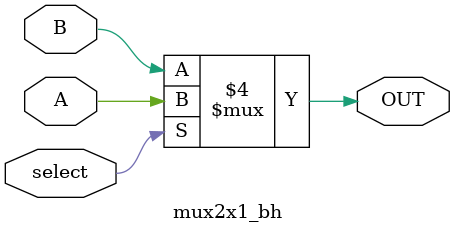
<source format=v>
module mux2x1_bh(A,B,select,OUT);
input A,B,select;
output OUT;
reg OUT;
always @ (select or A or B)
if (select == 1) OUT = A;
else OUT = B;
endmodule

</source>
